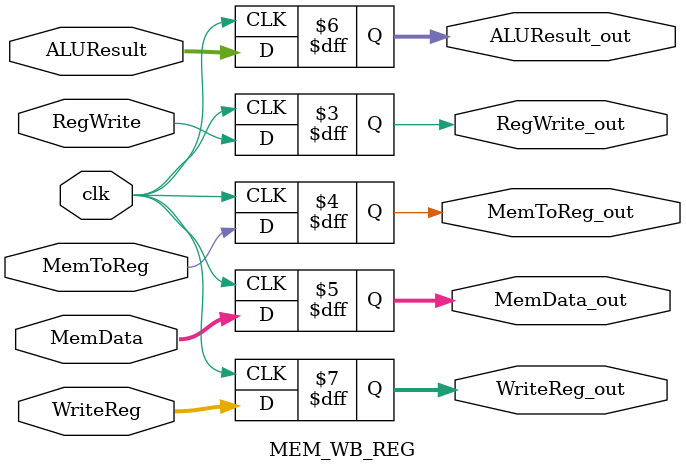
<source format=v>
`timescale 1ns / 1ps


module MEM_WB_REG(clk, RegWrite, MemToReg, MemData, ALUResult, WriteReg, RegWrite_out, 
                    MemToReg_out, MemData_out, ALUResult_out, WriteReg_out);

    input clk, RegWrite, MemToReg;

    input [31:0] MemData;
    input [63:0] ALUResult;
    input [4:0] WriteReg;
    
    output reg RegWrite_out, MemToReg_out;
    output reg [31:0] MemData_out;
    output reg [63:0] ALUResult_out;
    output reg [4:0] WriteReg_out;
    
//    reg PRegWrite, PMemToReg;
    
    initial begin
        RegWrite_out = 0;
        MemToReg_out = 0;
        MemData_out = 0;
        ALUResult_out = 0;
        WriteReg_out = 0;
    end
    
//    always @(posedge clk)   begin
//        PRegWrite <= RegWrite;
//        PMemToReg <= MemToReg;
//    end    
    
    
    always @(posedge clk)   begin
        MemData_out <= MemData;
        ALUResult_out <= ALUResult;
        WriteReg_out <= WriteReg;
        RegWrite_out <= RegWrite;
        MemToReg_out <= MemToReg;
    end       
endmodule
</source>
